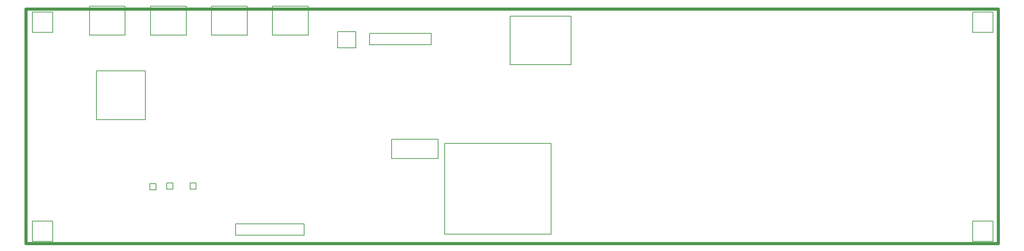
<source format=gbr>
%FSLAX44Y44*%
%OFA0.0000B0.0000*%
%SFA1B1*%
%MOMM*%
%ADD15C,0.7620X0.0000*%
%ADD29C,0.1667X0.0000*%
%LNÂåðõíèé_outline*%
%LPD*%
G54D10*
G54D15*
X2353543Y-217554D2*
X2353543Y-217554D1*
X2353543Y359746D2*
X2353543Y-217554D1*
X-36107Y359746D2*
X2353543Y359746D1*
X-36107Y-217554D2*
X-36107Y359746D1*
X2353543Y-217554D2*
X-36107Y-217554D1*
G54D29*
X862630Y38843D2*
X862630Y-8337D1*
X976770Y38843D2*
X862630Y38843D1*
X976770Y-8337D2*
X976770Y38843D1*
X862630Y-8337D2*
X976770Y-8337D1*
X1153729Y342593D2*
X1153729Y222593D1*
X1303729Y342593D2*
X1153729Y342593D1*
X1303729Y222593D2*
X1303729Y342593D1*
X1153729Y222593D2*
X1303729Y222593D1*
X657893Y295196D2*
X657893Y366696D1*
X569893Y295196D2*
X657893Y295196D1*
X569893Y366696D2*
X569893Y295196D1*
X657893Y366696D2*
X569893Y366696D1*
X507893Y295196D2*
X507893Y366696D1*
X419893Y295196D2*
X507893Y295196D1*
X419893Y366696D2*
X419893Y295196D1*
X507893Y366696D2*
X419893Y366696D1*
X357893Y295196D2*
X357893Y366696D1*
X269893Y295196D2*
X357893Y295196D1*
X269893Y366696D2*
X269893Y295196D1*
X357893Y366696D2*
X269893Y366696D1*
X207893Y295196D2*
X207893Y366696D1*
X119893Y295196D2*
X207893Y295196D1*
X119893Y366696D2*
X119893Y295196D1*
X207893Y366696D2*
X119893Y366696D1*
X729618Y304036D2*
X729618Y264036D1*
X774618Y304036D2*
X729618Y304036D1*
X774618Y264036D2*
X774618Y304036D1*
X729618Y264036D2*
X774618Y264036D1*
X382154Y-68677D2*
X367154Y-68677D1*
X382154Y-83677D2*
X382154Y-68677D1*
X367154Y-83677D2*
X382154Y-83677D1*
X367154Y-68677D2*
X367154Y-83677D1*
X2291169Y-162297D2*
X2291169Y-212297D1*
X2341169Y-162297D2*
X2291169Y-162297D1*
X2341169Y-212297D2*
X2341169Y-162297D1*
X2291169Y-212297D2*
X2341169Y-212297D1*
X310004Y-83677D2*
X325004Y-83677D1*
X310004Y-68677D2*
X310004Y-83677D1*
X325004Y-68677D2*
X310004Y-68677D1*
X325004Y-83677D2*
X325004Y-68677D1*
X2341169Y302053D2*
X2341169Y352053D1*
X2291169Y302053D2*
X2341169Y302053D1*
X2291169Y352053D2*
X2291169Y302053D1*
X2341169Y352053D2*
X2291169Y352053D1*
X-20231Y-162297D2*
X-20231Y-212297D1*
X29769Y-162297D2*
X-20231Y-162297D1*
X29769Y-212297D2*
X29769Y-162297D1*
X-20231Y-212297D2*
X29769Y-212297D1*
X-20231Y352053D2*
X-20231Y302053D1*
X29769Y352053D2*
X-20231Y352053D1*
X29769Y302053D2*
X29769Y352053D1*
X-20231Y302053D2*
X29769Y302053D1*
X257604Y87660D2*
X257604Y207660D1*
X137604Y87660D2*
X257604Y87660D1*
X137604Y207660D2*
X137604Y87660D1*
X257604Y207660D2*
X137604Y207660D1*
X1254691Y-194320D2*
X1254691Y29266D1*
X992829Y-194320D2*
X1254691Y-194320D1*
X992829Y29266D2*
X992829Y-194320D1*
X1254691Y29266D2*
X992829Y29266D1*
X808241Y299972D2*
X808241Y272072D1*
X960241Y299972D2*
X808241Y299972D1*
X960241Y272072D2*
X960241Y299972D1*
X808241Y272072D2*
X960241Y272072D1*
X648069Y-196887D2*
X648069Y-168887D1*
X479069Y-196887D2*
X648069Y-196887D1*
X479069Y-168887D2*
X479069Y-196887D1*
X648069Y-168887D2*
X479069Y-168887D1*
X283729Y-70265D2*
X268729Y-70265D1*
X283729Y-85265D2*
X283729Y-70265D1*
X268729Y-85265D2*
X283729Y-85265D1*
X268729Y-70265D2*
X268729Y-85265D1*
M02*

</source>
